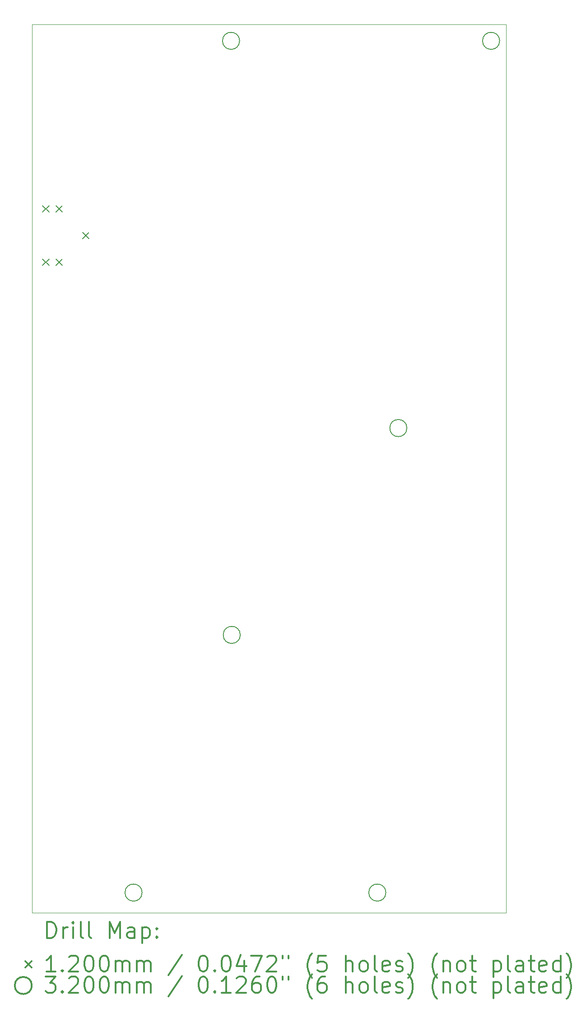
<source format=gbr>
%FSLAX45Y45*%
G04 Gerber Fmt 4.5, Leading zero omitted, Abs format (unit mm)*
G04 Created by KiCad (PCBNEW (5.1.10-1-10_14)) date 2021-11-12 14:33:32*
%MOMM*%
%LPD*%
G01*
G04 APERTURE LIST*
%TA.AperFunction,Profile*%
%ADD10C,0.050000*%
%TD*%
%ADD11C,0.200000*%
%ADD12C,0.300000*%
G04 APERTURE END LIST*
D10*
X5207000Y-22225000D02*
X14097000Y-22225000D01*
X5207000Y-5588000D02*
X14097000Y-5588000D01*
X14097000Y-22225000D02*
X14097000Y-5588000D01*
X5207000Y-5588000D02*
X5207000Y-22225000D01*
D11*
X5406600Y-8977700D02*
X5526600Y-9097700D01*
X5526600Y-8977700D02*
X5406600Y-9097700D01*
X5406600Y-9977700D02*
X5526600Y-10097700D01*
X5526600Y-9977700D02*
X5406600Y-10097700D01*
X5656600Y-8977700D02*
X5776600Y-9097700D01*
X5776600Y-8977700D02*
X5656600Y-9097700D01*
X5656600Y-9977700D02*
X5776600Y-10097700D01*
X5776600Y-9977700D02*
X5656600Y-10097700D01*
X6156600Y-9477700D02*
X6276600Y-9597700D01*
X6276600Y-9477700D02*
X6156600Y-9597700D01*
X7272000Y-21844000D02*
G75*
G03*
X7272000Y-21844000I-160000J0D01*
G01*
X9100800Y-5892800D02*
G75*
G03*
X9100800Y-5892800I-160000J0D01*
G01*
X9113500Y-17018000D02*
G75*
G03*
X9113500Y-17018000I-160000J0D01*
G01*
X11844000Y-21844000D02*
G75*
G03*
X11844000Y-21844000I-160000J0D01*
G01*
X12237700Y-13144500D02*
G75*
G03*
X12237700Y-13144500I-160000J0D01*
G01*
X13977600Y-5892800D02*
G75*
G03*
X13977600Y-5892800I-160000J0D01*
G01*
D12*
X5490928Y-22693214D02*
X5490928Y-22393214D01*
X5562357Y-22393214D01*
X5605214Y-22407500D01*
X5633786Y-22436071D01*
X5648071Y-22464643D01*
X5662357Y-22521786D01*
X5662357Y-22564643D01*
X5648071Y-22621786D01*
X5633786Y-22650357D01*
X5605214Y-22678929D01*
X5562357Y-22693214D01*
X5490928Y-22693214D01*
X5790928Y-22693214D02*
X5790928Y-22493214D01*
X5790928Y-22550357D02*
X5805214Y-22521786D01*
X5819500Y-22507500D01*
X5848071Y-22493214D01*
X5876643Y-22493214D01*
X5976643Y-22693214D02*
X5976643Y-22493214D01*
X5976643Y-22393214D02*
X5962357Y-22407500D01*
X5976643Y-22421786D01*
X5990928Y-22407500D01*
X5976643Y-22393214D01*
X5976643Y-22421786D01*
X6162357Y-22693214D02*
X6133786Y-22678929D01*
X6119500Y-22650357D01*
X6119500Y-22393214D01*
X6319500Y-22693214D02*
X6290928Y-22678929D01*
X6276643Y-22650357D01*
X6276643Y-22393214D01*
X6662357Y-22693214D02*
X6662357Y-22393214D01*
X6762357Y-22607500D01*
X6862357Y-22393214D01*
X6862357Y-22693214D01*
X7133786Y-22693214D02*
X7133786Y-22536071D01*
X7119500Y-22507500D01*
X7090928Y-22493214D01*
X7033786Y-22493214D01*
X7005214Y-22507500D01*
X7133786Y-22678929D02*
X7105214Y-22693214D01*
X7033786Y-22693214D01*
X7005214Y-22678929D01*
X6990928Y-22650357D01*
X6990928Y-22621786D01*
X7005214Y-22593214D01*
X7033786Y-22578929D01*
X7105214Y-22578929D01*
X7133786Y-22564643D01*
X7276643Y-22493214D02*
X7276643Y-22793214D01*
X7276643Y-22507500D02*
X7305214Y-22493214D01*
X7362357Y-22493214D01*
X7390928Y-22507500D01*
X7405214Y-22521786D01*
X7419500Y-22550357D01*
X7419500Y-22636071D01*
X7405214Y-22664643D01*
X7390928Y-22678929D01*
X7362357Y-22693214D01*
X7305214Y-22693214D01*
X7276643Y-22678929D01*
X7548071Y-22664643D02*
X7562357Y-22678929D01*
X7548071Y-22693214D01*
X7533786Y-22678929D01*
X7548071Y-22664643D01*
X7548071Y-22693214D01*
X7548071Y-22507500D02*
X7562357Y-22521786D01*
X7548071Y-22536071D01*
X7533786Y-22521786D01*
X7548071Y-22507500D01*
X7548071Y-22536071D01*
X5084500Y-23127500D02*
X5204500Y-23247500D01*
X5204500Y-23127500D02*
X5084500Y-23247500D01*
X5648071Y-23323214D02*
X5476643Y-23323214D01*
X5562357Y-23323214D02*
X5562357Y-23023214D01*
X5533786Y-23066071D01*
X5505214Y-23094643D01*
X5476643Y-23108929D01*
X5776643Y-23294643D02*
X5790928Y-23308929D01*
X5776643Y-23323214D01*
X5762357Y-23308929D01*
X5776643Y-23294643D01*
X5776643Y-23323214D01*
X5905214Y-23051786D02*
X5919500Y-23037500D01*
X5948071Y-23023214D01*
X6019500Y-23023214D01*
X6048071Y-23037500D01*
X6062357Y-23051786D01*
X6076643Y-23080357D01*
X6076643Y-23108929D01*
X6062357Y-23151786D01*
X5890928Y-23323214D01*
X6076643Y-23323214D01*
X6262357Y-23023214D02*
X6290928Y-23023214D01*
X6319500Y-23037500D01*
X6333786Y-23051786D01*
X6348071Y-23080357D01*
X6362357Y-23137500D01*
X6362357Y-23208929D01*
X6348071Y-23266071D01*
X6333786Y-23294643D01*
X6319500Y-23308929D01*
X6290928Y-23323214D01*
X6262357Y-23323214D01*
X6233786Y-23308929D01*
X6219500Y-23294643D01*
X6205214Y-23266071D01*
X6190928Y-23208929D01*
X6190928Y-23137500D01*
X6205214Y-23080357D01*
X6219500Y-23051786D01*
X6233786Y-23037500D01*
X6262357Y-23023214D01*
X6548071Y-23023214D02*
X6576643Y-23023214D01*
X6605214Y-23037500D01*
X6619500Y-23051786D01*
X6633786Y-23080357D01*
X6648071Y-23137500D01*
X6648071Y-23208929D01*
X6633786Y-23266071D01*
X6619500Y-23294643D01*
X6605214Y-23308929D01*
X6576643Y-23323214D01*
X6548071Y-23323214D01*
X6519500Y-23308929D01*
X6505214Y-23294643D01*
X6490928Y-23266071D01*
X6476643Y-23208929D01*
X6476643Y-23137500D01*
X6490928Y-23080357D01*
X6505214Y-23051786D01*
X6519500Y-23037500D01*
X6548071Y-23023214D01*
X6776643Y-23323214D02*
X6776643Y-23123214D01*
X6776643Y-23151786D02*
X6790928Y-23137500D01*
X6819500Y-23123214D01*
X6862357Y-23123214D01*
X6890928Y-23137500D01*
X6905214Y-23166071D01*
X6905214Y-23323214D01*
X6905214Y-23166071D02*
X6919500Y-23137500D01*
X6948071Y-23123214D01*
X6990928Y-23123214D01*
X7019500Y-23137500D01*
X7033786Y-23166071D01*
X7033786Y-23323214D01*
X7176643Y-23323214D02*
X7176643Y-23123214D01*
X7176643Y-23151786D02*
X7190928Y-23137500D01*
X7219500Y-23123214D01*
X7262357Y-23123214D01*
X7290928Y-23137500D01*
X7305214Y-23166071D01*
X7305214Y-23323214D01*
X7305214Y-23166071D02*
X7319500Y-23137500D01*
X7348071Y-23123214D01*
X7390928Y-23123214D01*
X7419500Y-23137500D01*
X7433786Y-23166071D01*
X7433786Y-23323214D01*
X8019500Y-23008929D02*
X7762357Y-23394643D01*
X8405214Y-23023214D02*
X8433786Y-23023214D01*
X8462357Y-23037500D01*
X8476643Y-23051786D01*
X8490928Y-23080357D01*
X8505214Y-23137500D01*
X8505214Y-23208929D01*
X8490928Y-23266071D01*
X8476643Y-23294643D01*
X8462357Y-23308929D01*
X8433786Y-23323214D01*
X8405214Y-23323214D01*
X8376643Y-23308929D01*
X8362357Y-23294643D01*
X8348071Y-23266071D01*
X8333786Y-23208929D01*
X8333786Y-23137500D01*
X8348071Y-23080357D01*
X8362357Y-23051786D01*
X8376643Y-23037500D01*
X8405214Y-23023214D01*
X8633786Y-23294643D02*
X8648071Y-23308929D01*
X8633786Y-23323214D01*
X8619500Y-23308929D01*
X8633786Y-23294643D01*
X8633786Y-23323214D01*
X8833786Y-23023214D02*
X8862357Y-23023214D01*
X8890928Y-23037500D01*
X8905214Y-23051786D01*
X8919500Y-23080357D01*
X8933786Y-23137500D01*
X8933786Y-23208929D01*
X8919500Y-23266071D01*
X8905214Y-23294643D01*
X8890928Y-23308929D01*
X8862357Y-23323214D01*
X8833786Y-23323214D01*
X8805214Y-23308929D01*
X8790928Y-23294643D01*
X8776643Y-23266071D01*
X8762357Y-23208929D01*
X8762357Y-23137500D01*
X8776643Y-23080357D01*
X8790928Y-23051786D01*
X8805214Y-23037500D01*
X8833786Y-23023214D01*
X9190928Y-23123214D02*
X9190928Y-23323214D01*
X9119500Y-23008929D02*
X9048071Y-23223214D01*
X9233786Y-23223214D01*
X9319500Y-23023214D02*
X9519500Y-23023214D01*
X9390928Y-23323214D01*
X9619500Y-23051786D02*
X9633786Y-23037500D01*
X9662357Y-23023214D01*
X9733786Y-23023214D01*
X9762357Y-23037500D01*
X9776643Y-23051786D01*
X9790928Y-23080357D01*
X9790928Y-23108929D01*
X9776643Y-23151786D01*
X9605214Y-23323214D01*
X9790928Y-23323214D01*
X9905214Y-23023214D02*
X9905214Y-23080357D01*
X10019500Y-23023214D02*
X10019500Y-23080357D01*
X10462357Y-23437500D02*
X10448071Y-23423214D01*
X10419500Y-23380357D01*
X10405214Y-23351786D01*
X10390928Y-23308929D01*
X10376643Y-23237500D01*
X10376643Y-23180357D01*
X10390928Y-23108929D01*
X10405214Y-23066071D01*
X10419500Y-23037500D01*
X10448071Y-22994643D01*
X10462357Y-22980357D01*
X10719500Y-23023214D02*
X10576643Y-23023214D01*
X10562357Y-23166071D01*
X10576643Y-23151786D01*
X10605214Y-23137500D01*
X10676643Y-23137500D01*
X10705214Y-23151786D01*
X10719500Y-23166071D01*
X10733786Y-23194643D01*
X10733786Y-23266071D01*
X10719500Y-23294643D01*
X10705214Y-23308929D01*
X10676643Y-23323214D01*
X10605214Y-23323214D01*
X10576643Y-23308929D01*
X10562357Y-23294643D01*
X11090928Y-23323214D02*
X11090928Y-23023214D01*
X11219500Y-23323214D02*
X11219500Y-23166071D01*
X11205214Y-23137500D01*
X11176643Y-23123214D01*
X11133786Y-23123214D01*
X11105214Y-23137500D01*
X11090928Y-23151786D01*
X11405214Y-23323214D02*
X11376643Y-23308929D01*
X11362357Y-23294643D01*
X11348071Y-23266071D01*
X11348071Y-23180357D01*
X11362357Y-23151786D01*
X11376643Y-23137500D01*
X11405214Y-23123214D01*
X11448071Y-23123214D01*
X11476643Y-23137500D01*
X11490928Y-23151786D01*
X11505214Y-23180357D01*
X11505214Y-23266071D01*
X11490928Y-23294643D01*
X11476643Y-23308929D01*
X11448071Y-23323214D01*
X11405214Y-23323214D01*
X11676643Y-23323214D02*
X11648071Y-23308929D01*
X11633786Y-23280357D01*
X11633786Y-23023214D01*
X11905214Y-23308929D02*
X11876643Y-23323214D01*
X11819500Y-23323214D01*
X11790928Y-23308929D01*
X11776643Y-23280357D01*
X11776643Y-23166071D01*
X11790928Y-23137500D01*
X11819500Y-23123214D01*
X11876643Y-23123214D01*
X11905214Y-23137500D01*
X11919500Y-23166071D01*
X11919500Y-23194643D01*
X11776643Y-23223214D01*
X12033786Y-23308929D02*
X12062357Y-23323214D01*
X12119500Y-23323214D01*
X12148071Y-23308929D01*
X12162357Y-23280357D01*
X12162357Y-23266071D01*
X12148071Y-23237500D01*
X12119500Y-23223214D01*
X12076643Y-23223214D01*
X12048071Y-23208929D01*
X12033786Y-23180357D01*
X12033786Y-23166071D01*
X12048071Y-23137500D01*
X12076643Y-23123214D01*
X12119500Y-23123214D01*
X12148071Y-23137500D01*
X12262357Y-23437500D02*
X12276643Y-23423214D01*
X12305214Y-23380357D01*
X12319500Y-23351786D01*
X12333786Y-23308929D01*
X12348071Y-23237500D01*
X12348071Y-23180357D01*
X12333786Y-23108929D01*
X12319500Y-23066071D01*
X12305214Y-23037500D01*
X12276643Y-22994643D01*
X12262357Y-22980357D01*
X12805214Y-23437500D02*
X12790928Y-23423214D01*
X12762357Y-23380357D01*
X12748071Y-23351786D01*
X12733786Y-23308929D01*
X12719500Y-23237500D01*
X12719500Y-23180357D01*
X12733786Y-23108929D01*
X12748071Y-23066071D01*
X12762357Y-23037500D01*
X12790928Y-22994643D01*
X12805214Y-22980357D01*
X12919500Y-23123214D02*
X12919500Y-23323214D01*
X12919500Y-23151786D02*
X12933786Y-23137500D01*
X12962357Y-23123214D01*
X13005214Y-23123214D01*
X13033786Y-23137500D01*
X13048071Y-23166071D01*
X13048071Y-23323214D01*
X13233786Y-23323214D02*
X13205214Y-23308929D01*
X13190928Y-23294643D01*
X13176643Y-23266071D01*
X13176643Y-23180357D01*
X13190928Y-23151786D01*
X13205214Y-23137500D01*
X13233786Y-23123214D01*
X13276643Y-23123214D01*
X13305214Y-23137500D01*
X13319500Y-23151786D01*
X13333786Y-23180357D01*
X13333786Y-23266071D01*
X13319500Y-23294643D01*
X13305214Y-23308929D01*
X13276643Y-23323214D01*
X13233786Y-23323214D01*
X13419500Y-23123214D02*
X13533786Y-23123214D01*
X13462357Y-23023214D02*
X13462357Y-23280357D01*
X13476643Y-23308929D01*
X13505214Y-23323214D01*
X13533786Y-23323214D01*
X13862357Y-23123214D02*
X13862357Y-23423214D01*
X13862357Y-23137500D02*
X13890928Y-23123214D01*
X13948071Y-23123214D01*
X13976643Y-23137500D01*
X13990928Y-23151786D01*
X14005214Y-23180357D01*
X14005214Y-23266071D01*
X13990928Y-23294643D01*
X13976643Y-23308929D01*
X13948071Y-23323214D01*
X13890928Y-23323214D01*
X13862357Y-23308929D01*
X14176643Y-23323214D02*
X14148071Y-23308929D01*
X14133786Y-23280357D01*
X14133786Y-23023214D01*
X14419500Y-23323214D02*
X14419500Y-23166071D01*
X14405214Y-23137500D01*
X14376643Y-23123214D01*
X14319500Y-23123214D01*
X14290928Y-23137500D01*
X14419500Y-23308929D02*
X14390928Y-23323214D01*
X14319500Y-23323214D01*
X14290928Y-23308929D01*
X14276643Y-23280357D01*
X14276643Y-23251786D01*
X14290928Y-23223214D01*
X14319500Y-23208929D01*
X14390928Y-23208929D01*
X14419500Y-23194643D01*
X14519500Y-23123214D02*
X14633786Y-23123214D01*
X14562357Y-23023214D02*
X14562357Y-23280357D01*
X14576643Y-23308929D01*
X14605214Y-23323214D01*
X14633786Y-23323214D01*
X14848071Y-23308929D02*
X14819500Y-23323214D01*
X14762357Y-23323214D01*
X14733786Y-23308929D01*
X14719500Y-23280357D01*
X14719500Y-23166071D01*
X14733786Y-23137500D01*
X14762357Y-23123214D01*
X14819500Y-23123214D01*
X14848071Y-23137500D01*
X14862357Y-23166071D01*
X14862357Y-23194643D01*
X14719500Y-23223214D01*
X15119500Y-23323214D02*
X15119500Y-23023214D01*
X15119500Y-23308929D02*
X15090928Y-23323214D01*
X15033786Y-23323214D01*
X15005214Y-23308929D01*
X14990928Y-23294643D01*
X14976643Y-23266071D01*
X14976643Y-23180357D01*
X14990928Y-23151786D01*
X15005214Y-23137500D01*
X15033786Y-23123214D01*
X15090928Y-23123214D01*
X15119500Y-23137500D01*
X15233786Y-23437500D02*
X15248071Y-23423214D01*
X15276643Y-23380357D01*
X15290928Y-23351786D01*
X15305214Y-23308929D01*
X15319500Y-23237500D01*
X15319500Y-23180357D01*
X15305214Y-23108929D01*
X15290928Y-23066071D01*
X15276643Y-23037500D01*
X15248071Y-22994643D01*
X15233786Y-22980357D01*
X5204500Y-23583500D02*
G75*
G03*
X5204500Y-23583500I-160000J0D01*
G01*
X5462357Y-23419214D02*
X5648071Y-23419214D01*
X5548071Y-23533500D01*
X5590928Y-23533500D01*
X5619500Y-23547786D01*
X5633786Y-23562071D01*
X5648071Y-23590643D01*
X5648071Y-23662071D01*
X5633786Y-23690643D01*
X5619500Y-23704929D01*
X5590928Y-23719214D01*
X5505214Y-23719214D01*
X5476643Y-23704929D01*
X5462357Y-23690643D01*
X5776643Y-23690643D02*
X5790928Y-23704929D01*
X5776643Y-23719214D01*
X5762357Y-23704929D01*
X5776643Y-23690643D01*
X5776643Y-23719214D01*
X5905214Y-23447786D02*
X5919500Y-23433500D01*
X5948071Y-23419214D01*
X6019500Y-23419214D01*
X6048071Y-23433500D01*
X6062357Y-23447786D01*
X6076643Y-23476357D01*
X6076643Y-23504929D01*
X6062357Y-23547786D01*
X5890928Y-23719214D01*
X6076643Y-23719214D01*
X6262357Y-23419214D02*
X6290928Y-23419214D01*
X6319500Y-23433500D01*
X6333786Y-23447786D01*
X6348071Y-23476357D01*
X6362357Y-23533500D01*
X6362357Y-23604929D01*
X6348071Y-23662071D01*
X6333786Y-23690643D01*
X6319500Y-23704929D01*
X6290928Y-23719214D01*
X6262357Y-23719214D01*
X6233786Y-23704929D01*
X6219500Y-23690643D01*
X6205214Y-23662071D01*
X6190928Y-23604929D01*
X6190928Y-23533500D01*
X6205214Y-23476357D01*
X6219500Y-23447786D01*
X6233786Y-23433500D01*
X6262357Y-23419214D01*
X6548071Y-23419214D02*
X6576643Y-23419214D01*
X6605214Y-23433500D01*
X6619500Y-23447786D01*
X6633786Y-23476357D01*
X6648071Y-23533500D01*
X6648071Y-23604929D01*
X6633786Y-23662071D01*
X6619500Y-23690643D01*
X6605214Y-23704929D01*
X6576643Y-23719214D01*
X6548071Y-23719214D01*
X6519500Y-23704929D01*
X6505214Y-23690643D01*
X6490928Y-23662071D01*
X6476643Y-23604929D01*
X6476643Y-23533500D01*
X6490928Y-23476357D01*
X6505214Y-23447786D01*
X6519500Y-23433500D01*
X6548071Y-23419214D01*
X6776643Y-23719214D02*
X6776643Y-23519214D01*
X6776643Y-23547786D02*
X6790928Y-23533500D01*
X6819500Y-23519214D01*
X6862357Y-23519214D01*
X6890928Y-23533500D01*
X6905214Y-23562071D01*
X6905214Y-23719214D01*
X6905214Y-23562071D02*
X6919500Y-23533500D01*
X6948071Y-23519214D01*
X6990928Y-23519214D01*
X7019500Y-23533500D01*
X7033786Y-23562071D01*
X7033786Y-23719214D01*
X7176643Y-23719214D02*
X7176643Y-23519214D01*
X7176643Y-23547786D02*
X7190928Y-23533500D01*
X7219500Y-23519214D01*
X7262357Y-23519214D01*
X7290928Y-23533500D01*
X7305214Y-23562071D01*
X7305214Y-23719214D01*
X7305214Y-23562071D02*
X7319500Y-23533500D01*
X7348071Y-23519214D01*
X7390928Y-23519214D01*
X7419500Y-23533500D01*
X7433786Y-23562071D01*
X7433786Y-23719214D01*
X8019500Y-23404929D02*
X7762357Y-23790643D01*
X8405214Y-23419214D02*
X8433786Y-23419214D01*
X8462357Y-23433500D01*
X8476643Y-23447786D01*
X8490928Y-23476357D01*
X8505214Y-23533500D01*
X8505214Y-23604929D01*
X8490928Y-23662071D01*
X8476643Y-23690643D01*
X8462357Y-23704929D01*
X8433786Y-23719214D01*
X8405214Y-23719214D01*
X8376643Y-23704929D01*
X8362357Y-23690643D01*
X8348071Y-23662071D01*
X8333786Y-23604929D01*
X8333786Y-23533500D01*
X8348071Y-23476357D01*
X8362357Y-23447786D01*
X8376643Y-23433500D01*
X8405214Y-23419214D01*
X8633786Y-23690643D02*
X8648071Y-23704929D01*
X8633786Y-23719214D01*
X8619500Y-23704929D01*
X8633786Y-23690643D01*
X8633786Y-23719214D01*
X8933786Y-23719214D02*
X8762357Y-23719214D01*
X8848071Y-23719214D02*
X8848071Y-23419214D01*
X8819500Y-23462071D01*
X8790928Y-23490643D01*
X8762357Y-23504929D01*
X9048071Y-23447786D02*
X9062357Y-23433500D01*
X9090928Y-23419214D01*
X9162357Y-23419214D01*
X9190928Y-23433500D01*
X9205214Y-23447786D01*
X9219500Y-23476357D01*
X9219500Y-23504929D01*
X9205214Y-23547786D01*
X9033786Y-23719214D01*
X9219500Y-23719214D01*
X9476643Y-23419214D02*
X9419500Y-23419214D01*
X9390928Y-23433500D01*
X9376643Y-23447786D01*
X9348071Y-23490643D01*
X9333786Y-23547786D01*
X9333786Y-23662071D01*
X9348071Y-23690643D01*
X9362357Y-23704929D01*
X9390928Y-23719214D01*
X9448071Y-23719214D01*
X9476643Y-23704929D01*
X9490928Y-23690643D01*
X9505214Y-23662071D01*
X9505214Y-23590643D01*
X9490928Y-23562071D01*
X9476643Y-23547786D01*
X9448071Y-23533500D01*
X9390928Y-23533500D01*
X9362357Y-23547786D01*
X9348071Y-23562071D01*
X9333786Y-23590643D01*
X9690928Y-23419214D02*
X9719500Y-23419214D01*
X9748071Y-23433500D01*
X9762357Y-23447786D01*
X9776643Y-23476357D01*
X9790928Y-23533500D01*
X9790928Y-23604929D01*
X9776643Y-23662071D01*
X9762357Y-23690643D01*
X9748071Y-23704929D01*
X9719500Y-23719214D01*
X9690928Y-23719214D01*
X9662357Y-23704929D01*
X9648071Y-23690643D01*
X9633786Y-23662071D01*
X9619500Y-23604929D01*
X9619500Y-23533500D01*
X9633786Y-23476357D01*
X9648071Y-23447786D01*
X9662357Y-23433500D01*
X9690928Y-23419214D01*
X9905214Y-23419214D02*
X9905214Y-23476357D01*
X10019500Y-23419214D02*
X10019500Y-23476357D01*
X10462357Y-23833500D02*
X10448071Y-23819214D01*
X10419500Y-23776357D01*
X10405214Y-23747786D01*
X10390928Y-23704929D01*
X10376643Y-23633500D01*
X10376643Y-23576357D01*
X10390928Y-23504929D01*
X10405214Y-23462071D01*
X10419500Y-23433500D01*
X10448071Y-23390643D01*
X10462357Y-23376357D01*
X10705214Y-23419214D02*
X10648071Y-23419214D01*
X10619500Y-23433500D01*
X10605214Y-23447786D01*
X10576643Y-23490643D01*
X10562357Y-23547786D01*
X10562357Y-23662071D01*
X10576643Y-23690643D01*
X10590928Y-23704929D01*
X10619500Y-23719214D01*
X10676643Y-23719214D01*
X10705214Y-23704929D01*
X10719500Y-23690643D01*
X10733786Y-23662071D01*
X10733786Y-23590643D01*
X10719500Y-23562071D01*
X10705214Y-23547786D01*
X10676643Y-23533500D01*
X10619500Y-23533500D01*
X10590928Y-23547786D01*
X10576643Y-23562071D01*
X10562357Y-23590643D01*
X11090928Y-23719214D02*
X11090928Y-23419214D01*
X11219500Y-23719214D02*
X11219500Y-23562071D01*
X11205214Y-23533500D01*
X11176643Y-23519214D01*
X11133786Y-23519214D01*
X11105214Y-23533500D01*
X11090928Y-23547786D01*
X11405214Y-23719214D02*
X11376643Y-23704929D01*
X11362357Y-23690643D01*
X11348071Y-23662071D01*
X11348071Y-23576357D01*
X11362357Y-23547786D01*
X11376643Y-23533500D01*
X11405214Y-23519214D01*
X11448071Y-23519214D01*
X11476643Y-23533500D01*
X11490928Y-23547786D01*
X11505214Y-23576357D01*
X11505214Y-23662071D01*
X11490928Y-23690643D01*
X11476643Y-23704929D01*
X11448071Y-23719214D01*
X11405214Y-23719214D01*
X11676643Y-23719214D02*
X11648071Y-23704929D01*
X11633786Y-23676357D01*
X11633786Y-23419214D01*
X11905214Y-23704929D02*
X11876643Y-23719214D01*
X11819500Y-23719214D01*
X11790928Y-23704929D01*
X11776643Y-23676357D01*
X11776643Y-23562071D01*
X11790928Y-23533500D01*
X11819500Y-23519214D01*
X11876643Y-23519214D01*
X11905214Y-23533500D01*
X11919500Y-23562071D01*
X11919500Y-23590643D01*
X11776643Y-23619214D01*
X12033786Y-23704929D02*
X12062357Y-23719214D01*
X12119500Y-23719214D01*
X12148071Y-23704929D01*
X12162357Y-23676357D01*
X12162357Y-23662071D01*
X12148071Y-23633500D01*
X12119500Y-23619214D01*
X12076643Y-23619214D01*
X12048071Y-23604929D01*
X12033786Y-23576357D01*
X12033786Y-23562071D01*
X12048071Y-23533500D01*
X12076643Y-23519214D01*
X12119500Y-23519214D01*
X12148071Y-23533500D01*
X12262357Y-23833500D02*
X12276643Y-23819214D01*
X12305214Y-23776357D01*
X12319500Y-23747786D01*
X12333786Y-23704929D01*
X12348071Y-23633500D01*
X12348071Y-23576357D01*
X12333786Y-23504929D01*
X12319500Y-23462071D01*
X12305214Y-23433500D01*
X12276643Y-23390643D01*
X12262357Y-23376357D01*
X12805214Y-23833500D02*
X12790928Y-23819214D01*
X12762357Y-23776357D01*
X12748071Y-23747786D01*
X12733786Y-23704929D01*
X12719500Y-23633500D01*
X12719500Y-23576357D01*
X12733786Y-23504929D01*
X12748071Y-23462071D01*
X12762357Y-23433500D01*
X12790928Y-23390643D01*
X12805214Y-23376357D01*
X12919500Y-23519214D02*
X12919500Y-23719214D01*
X12919500Y-23547786D02*
X12933786Y-23533500D01*
X12962357Y-23519214D01*
X13005214Y-23519214D01*
X13033786Y-23533500D01*
X13048071Y-23562071D01*
X13048071Y-23719214D01*
X13233786Y-23719214D02*
X13205214Y-23704929D01*
X13190928Y-23690643D01*
X13176643Y-23662071D01*
X13176643Y-23576357D01*
X13190928Y-23547786D01*
X13205214Y-23533500D01*
X13233786Y-23519214D01*
X13276643Y-23519214D01*
X13305214Y-23533500D01*
X13319500Y-23547786D01*
X13333786Y-23576357D01*
X13333786Y-23662071D01*
X13319500Y-23690643D01*
X13305214Y-23704929D01*
X13276643Y-23719214D01*
X13233786Y-23719214D01*
X13419500Y-23519214D02*
X13533786Y-23519214D01*
X13462357Y-23419214D02*
X13462357Y-23676357D01*
X13476643Y-23704929D01*
X13505214Y-23719214D01*
X13533786Y-23719214D01*
X13862357Y-23519214D02*
X13862357Y-23819214D01*
X13862357Y-23533500D02*
X13890928Y-23519214D01*
X13948071Y-23519214D01*
X13976643Y-23533500D01*
X13990928Y-23547786D01*
X14005214Y-23576357D01*
X14005214Y-23662071D01*
X13990928Y-23690643D01*
X13976643Y-23704929D01*
X13948071Y-23719214D01*
X13890928Y-23719214D01*
X13862357Y-23704929D01*
X14176643Y-23719214D02*
X14148071Y-23704929D01*
X14133786Y-23676357D01*
X14133786Y-23419214D01*
X14419500Y-23719214D02*
X14419500Y-23562071D01*
X14405214Y-23533500D01*
X14376643Y-23519214D01*
X14319500Y-23519214D01*
X14290928Y-23533500D01*
X14419500Y-23704929D02*
X14390928Y-23719214D01*
X14319500Y-23719214D01*
X14290928Y-23704929D01*
X14276643Y-23676357D01*
X14276643Y-23647786D01*
X14290928Y-23619214D01*
X14319500Y-23604929D01*
X14390928Y-23604929D01*
X14419500Y-23590643D01*
X14519500Y-23519214D02*
X14633786Y-23519214D01*
X14562357Y-23419214D02*
X14562357Y-23676357D01*
X14576643Y-23704929D01*
X14605214Y-23719214D01*
X14633786Y-23719214D01*
X14848071Y-23704929D02*
X14819500Y-23719214D01*
X14762357Y-23719214D01*
X14733786Y-23704929D01*
X14719500Y-23676357D01*
X14719500Y-23562071D01*
X14733786Y-23533500D01*
X14762357Y-23519214D01*
X14819500Y-23519214D01*
X14848071Y-23533500D01*
X14862357Y-23562071D01*
X14862357Y-23590643D01*
X14719500Y-23619214D01*
X15119500Y-23719214D02*
X15119500Y-23419214D01*
X15119500Y-23704929D02*
X15090928Y-23719214D01*
X15033786Y-23719214D01*
X15005214Y-23704929D01*
X14990928Y-23690643D01*
X14976643Y-23662071D01*
X14976643Y-23576357D01*
X14990928Y-23547786D01*
X15005214Y-23533500D01*
X15033786Y-23519214D01*
X15090928Y-23519214D01*
X15119500Y-23533500D01*
X15233786Y-23833500D02*
X15248071Y-23819214D01*
X15276643Y-23776357D01*
X15290928Y-23747786D01*
X15305214Y-23704929D01*
X15319500Y-23633500D01*
X15319500Y-23576357D01*
X15305214Y-23504929D01*
X15290928Y-23462071D01*
X15276643Y-23433500D01*
X15248071Y-23390643D01*
X15233786Y-23376357D01*
M02*

</source>
